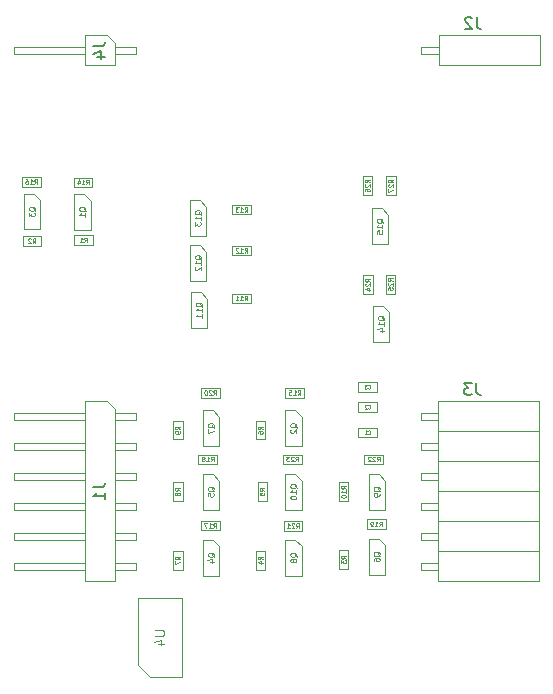
<source format=gbr>
%TF.GenerationSoftware,KiCad,Pcbnew,4.0.7*%
%TF.CreationDate,2017-11-16T17:02:15+08:00*%
%TF.ProjectId,finalRoundNixie,66696E616C526F756E644E697869652E,rev?*%
%TF.FileFunction,Other,Fab,Bot*%
%FSLAX46Y46*%
G04 Gerber Fmt 4.6, Leading zero omitted, Abs format (unit mm)*
G04 Created by KiCad (PCBNEW 4.0.7) date 11/16/17 17:02:15*
%MOMM*%
%LPD*%
G01*
G04 APERTURE LIST*
%ADD10C,0.100000*%
%ADD11C,0.120000*%
%ADD12C,0.075000*%
%ADD13C,0.150000*%
G04 APERTURE END LIST*
D10*
X11600000Y-54050000D02*
X12600000Y-55050000D01*
X11600000Y-54050000D02*
X11600000Y-48350000D01*
X12600000Y-55050000D02*
X15300000Y-55050000D01*
X11600000Y-48350000D02*
X15300000Y-48350000D01*
X15300000Y-55050000D02*
X15300000Y-48350000D01*
X30200000Y-32600000D02*
X31800000Y-32600000D01*
X31800000Y-32600000D02*
X31800000Y-31800000D01*
X31800000Y-31800000D02*
X30200000Y-31800000D01*
X30200000Y-31800000D02*
X30200000Y-32600000D01*
X37020000Y-31730000D02*
X37020000Y-34270000D01*
X37020000Y-34270000D02*
X45530000Y-34270000D01*
X45530000Y-34270000D02*
X45530000Y-31730000D01*
X45530000Y-31730000D02*
X37020000Y-31730000D01*
X35500000Y-32680000D02*
X35500000Y-33320000D01*
X35500000Y-33320000D02*
X37020000Y-33320000D01*
X37020000Y-33320000D02*
X37020000Y-32680000D01*
X37020000Y-32680000D02*
X35500000Y-32680000D01*
X37020000Y-34270000D02*
X37020000Y-36810000D01*
X37020000Y-36810000D02*
X45530000Y-36810000D01*
X45530000Y-36810000D02*
X45530000Y-34270000D01*
X45530000Y-34270000D02*
X37020000Y-34270000D01*
X35500000Y-35220000D02*
X35500000Y-35860000D01*
X35500000Y-35860000D02*
X37020000Y-35860000D01*
X37020000Y-35860000D02*
X37020000Y-35220000D01*
X37020000Y-35220000D02*
X35500000Y-35220000D01*
X37020000Y-36810000D02*
X37020000Y-39350000D01*
X37020000Y-39350000D02*
X45530000Y-39350000D01*
X45530000Y-39350000D02*
X45530000Y-36810000D01*
X45530000Y-36810000D02*
X37020000Y-36810000D01*
X35500000Y-37760000D02*
X35500000Y-38400000D01*
X35500000Y-38400000D02*
X37020000Y-38400000D01*
X37020000Y-38400000D02*
X37020000Y-37760000D01*
X37020000Y-37760000D02*
X35500000Y-37760000D01*
X37020000Y-39350000D02*
X37020000Y-41890000D01*
X37020000Y-41890000D02*
X45530000Y-41890000D01*
X45530000Y-41890000D02*
X45530000Y-39350000D01*
X45530000Y-39350000D02*
X37020000Y-39350000D01*
X35500000Y-40300000D02*
X35500000Y-40940000D01*
X35500000Y-40940000D02*
X37020000Y-40940000D01*
X37020000Y-40940000D02*
X37020000Y-40300000D01*
X37020000Y-40300000D02*
X35500000Y-40300000D01*
X37020000Y-41890000D02*
X37020000Y-44430000D01*
X37020000Y-44430000D02*
X45530000Y-44430000D01*
X45530000Y-44430000D02*
X45530000Y-41890000D01*
X45530000Y-41890000D02*
X37020000Y-41890000D01*
X35500000Y-42840000D02*
X35500000Y-43480000D01*
X35500000Y-43480000D02*
X37020000Y-43480000D01*
X37020000Y-43480000D02*
X37020000Y-42840000D01*
X37020000Y-42840000D02*
X35500000Y-42840000D01*
X37020000Y-44430000D02*
X37020000Y-46970000D01*
X37020000Y-46970000D02*
X45530000Y-46970000D01*
X45530000Y-46970000D02*
X45530000Y-44430000D01*
X45530000Y-44430000D02*
X37020000Y-44430000D01*
X35500000Y-45380000D02*
X35500000Y-46020000D01*
X35500000Y-46020000D02*
X37020000Y-46020000D01*
X37020000Y-46020000D02*
X37020000Y-45380000D01*
X37020000Y-45380000D02*
X35500000Y-45380000D01*
X8965000Y-31730000D02*
X7060000Y-31730000D01*
X7060000Y-31730000D02*
X7060000Y-46970000D01*
X7060000Y-46970000D02*
X9600000Y-46970000D01*
X9600000Y-46970000D02*
X9600000Y-32365000D01*
X9600000Y-32365000D02*
X8965000Y-31730000D01*
X11420000Y-32680000D02*
X9600000Y-32680000D01*
X11420000Y-32680000D02*
X11420000Y-33320000D01*
X11420000Y-33320000D02*
X9600000Y-33320000D01*
X7060000Y-32680000D02*
X1060000Y-32680000D01*
X1060000Y-32680000D02*
X1060000Y-33320000D01*
X7060000Y-33320000D02*
X1060000Y-33320000D01*
X11420000Y-35220000D02*
X9600000Y-35220000D01*
X11420000Y-35220000D02*
X11420000Y-35860000D01*
X11420000Y-35860000D02*
X9600000Y-35860000D01*
X7060000Y-35220000D02*
X1060000Y-35220000D01*
X1060000Y-35220000D02*
X1060000Y-35860000D01*
X7060000Y-35860000D02*
X1060000Y-35860000D01*
X11420000Y-37760000D02*
X9600000Y-37760000D01*
X11420000Y-37760000D02*
X11420000Y-38400000D01*
X11420000Y-38400000D02*
X9600000Y-38400000D01*
X7060000Y-37760000D02*
X1060000Y-37760000D01*
X1060000Y-37760000D02*
X1060000Y-38400000D01*
X7060000Y-38400000D02*
X1060000Y-38400000D01*
X11420000Y-40300000D02*
X9600000Y-40300000D01*
X11420000Y-40300000D02*
X11420000Y-40940000D01*
X11420000Y-40940000D02*
X9600000Y-40940000D01*
X7060000Y-40300000D02*
X1060000Y-40300000D01*
X1060000Y-40300000D02*
X1060000Y-40940000D01*
X7060000Y-40940000D02*
X1060000Y-40940000D01*
X11420000Y-42840000D02*
X9600000Y-42840000D01*
X11420000Y-42840000D02*
X11420000Y-43480000D01*
X11420000Y-43480000D02*
X9600000Y-43480000D01*
X7060000Y-42840000D02*
X1060000Y-42840000D01*
X1060000Y-42840000D02*
X1060000Y-43480000D01*
X7060000Y-43480000D02*
X1060000Y-43480000D01*
X11420000Y-45380000D02*
X9600000Y-45380000D01*
X11420000Y-45380000D02*
X11420000Y-46020000D01*
X11420000Y-46020000D02*
X9600000Y-46020000D01*
X7060000Y-45380000D02*
X1060000Y-45380000D01*
X1060000Y-45380000D02*
X1060000Y-46020000D01*
X7060000Y-46020000D02*
X1060000Y-46020000D01*
X33400000Y-12650000D02*
X32600000Y-12650000D01*
X33400000Y-14250000D02*
X33400000Y-12650000D01*
X32600000Y-14250000D02*
X33400000Y-14250000D01*
X32600000Y-12650000D02*
X32600000Y-14250000D01*
X30600000Y-14250000D02*
X31400000Y-14250000D01*
X30600000Y-12650000D02*
X30600000Y-14250000D01*
X31400000Y-12650000D02*
X30600000Y-12650000D01*
X31400000Y-14250000D02*
X31400000Y-12650000D01*
X32750000Y-15950000D02*
X32750000Y-18400000D01*
X32200000Y-15380000D02*
X31350000Y-15380000D01*
X32750000Y-15950000D02*
X32200000Y-15380000D01*
X31350000Y-15380000D02*
X31350000Y-18420000D01*
X32750000Y-18420000D02*
X31350000Y-18420000D01*
X33350000Y-21000000D02*
X32550000Y-21000000D01*
X33350000Y-22600000D02*
X33350000Y-21000000D01*
X32550000Y-22600000D02*
X33350000Y-22600000D01*
X32550000Y-21000000D02*
X32550000Y-22600000D01*
X30650000Y-22650000D02*
X31450000Y-22650000D01*
X30650000Y-21050000D02*
X30650000Y-22650000D01*
X31450000Y-21050000D02*
X30650000Y-21050000D01*
X31450000Y-22650000D02*
X31450000Y-21050000D01*
X23850000Y-36225000D02*
X23850000Y-37025000D01*
X25450000Y-36225000D02*
X23850000Y-36225000D01*
X25450000Y-37025000D02*
X25450000Y-36225000D01*
X23850000Y-37025000D02*
X25450000Y-37025000D01*
X30750000Y-36225000D02*
X30750000Y-37025000D01*
X32350000Y-36225000D02*
X30750000Y-36225000D01*
X32350000Y-37025000D02*
X32350000Y-36225000D01*
X30750000Y-37025000D02*
X32350000Y-37025000D01*
X23900000Y-41875000D02*
X23900000Y-42675000D01*
X25500000Y-41875000D02*
X23900000Y-41875000D01*
X25500000Y-42675000D02*
X25500000Y-41875000D01*
X23900000Y-42675000D02*
X25500000Y-42675000D01*
X16900000Y-30600000D02*
X16900000Y-31400000D01*
X18500000Y-30600000D02*
X16900000Y-30600000D01*
X18500000Y-31400000D02*
X18500000Y-30600000D01*
X16900000Y-31400000D02*
X18500000Y-31400000D01*
X30950000Y-41725000D02*
X30950000Y-42525000D01*
X32550000Y-41725000D02*
X30950000Y-41725000D01*
X32550000Y-42525000D02*
X32550000Y-41725000D01*
X30950000Y-42525000D02*
X32550000Y-42525000D01*
X16700000Y-36225000D02*
X16700000Y-37025000D01*
X18300000Y-36225000D02*
X16700000Y-36225000D01*
X18300000Y-37025000D02*
X18300000Y-36225000D01*
X16700000Y-37025000D02*
X18300000Y-37025000D01*
X16900000Y-41850000D02*
X16900000Y-42650000D01*
X18500000Y-41850000D02*
X16900000Y-41850000D01*
X18500000Y-42650000D02*
X18500000Y-41850000D01*
X16900000Y-42650000D02*
X18500000Y-42650000D01*
X1750000Y-12750000D02*
X1750000Y-13550000D01*
X3350000Y-12750000D02*
X1750000Y-12750000D01*
X3350000Y-13550000D02*
X3350000Y-12750000D01*
X1750000Y-13550000D02*
X3350000Y-13550000D01*
X24050000Y-30600000D02*
X24050000Y-31400000D01*
X25650000Y-30600000D02*
X24050000Y-30600000D01*
X25650000Y-31400000D02*
X25650000Y-30600000D01*
X24050000Y-31400000D02*
X25650000Y-31400000D01*
X7725000Y-13575000D02*
X7725000Y-12775000D01*
X6125000Y-13575000D02*
X7725000Y-13575000D01*
X6125000Y-12775000D02*
X6125000Y-13575000D01*
X7725000Y-12775000D02*
X6125000Y-12775000D01*
X21150000Y-15900000D02*
X21150000Y-15100000D01*
X19550000Y-15900000D02*
X21150000Y-15900000D01*
X19550000Y-15100000D02*
X19550000Y-15900000D01*
X21150000Y-15100000D02*
X19550000Y-15100000D01*
X21150000Y-19350000D02*
X21150000Y-18550000D01*
X19550000Y-19350000D02*
X21150000Y-19350000D01*
X19550000Y-18550000D02*
X19550000Y-19350000D01*
X21150000Y-18550000D02*
X19550000Y-18550000D01*
X21150000Y-23400000D02*
X21150000Y-22600000D01*
X19550000Y-23400000D02*
X21150000Y-23400000D01*
X19550000Y-22600000D02*
X19550000Y-23400000D01*
X21150000Y-22600000D02*
X19550000Y-22600000D01*
X29400000Y-38575000D02*
X28600000Y-38575000D01*
X29400000Y-40175000D02*
X29400000Y-38575000D01*
X28600000Y-40175000D02*
X29400000Y-40175000D01*
X28600000Y-38575000D02*
X28600000Y-40175000D01*
X15350000Y-33350000D02*
X14550000Y-33350000D01*
X15350000Y-34950000D02*
X15350000Y-33350000D01*
X14550000Y-34950000D02*
X15350000Y-34950000D01*
X14550000Y-33350000D02*
X14550000Y-34950000D01*
X15350000Y-38575000D02*
X14550000Y-38575000D01*
X15350000Y-40175000D02*
X15350000Y-38575000D01*
X14550000Y-40175000D02*
X15350000Y-40175000D01*
X14550000Y-38575000D02*
X14550000Y-40175000D01*
X15350000Y-44375000D02*
X14550000Y-44375000D01*
X15350000Y-45975000D02*
X15350000Y-44375000D01*
X14550000Y-45975000D02*
X15350000Y-45975000D01*
X14550000Y-44375000D02*
X14550000Y-45975000D01*
X22350000Y-33350000D02*
X21550000Y-33350000D01*
X22350000Y-34950000D02*
X22350000Y-33350000D01*
X21550000Y-34950000D02*
X22350000Y-34950000D01*
X21550000Y-33350000D02*
X21550000Y-34950000D01*
X22500000Y-38575000D02*
X21700000Y-38575000D01*
X22500000Y-40175000D02*
X22500000Y-38575000D01*
X21700000Y-40175000D02*
X22500000Y-40175000D01*
X21700000Y-38575000D02*
X21700000Y-40175000D01*
X22350000Y-44375000D02*
X21550000Y-44375000D01*
X22350000Y-45975000D02*
X22350000Y-44375000D01*
X21550000Y-45975000D02*
X22350000Y-45975000D01*
X21550000Y-44375000D02*
X21550000Y-45975000D01*
X29400000Y-44300000D02*
X28600000Y-44300000D01*
X29400000Y-45900000D02*
X29400000Y-44300000D01*
X28600000Y-45900000D02*
X29400000Y-45900000D01*
X28600000Y-44300000D02*
X28600000Y-45900000D01*
X3400000Y-18550000D02*
X3400000Y-17750000D01*
X1800000Y-18550000D02*
X3400000Y-18550000D01*
X1800000Y-17750000D02*
X1800000Y-18550000D01*
X3400000Y-17750000D02*
X1800000Y-17750000D01*
X7775000Y-18475000D02*
X7775000Y-17675000D01*
X6175000Y-18475000D02*
X7775000Y-18475000D01*
X6175000Y-17675000D02*
X6175000Y-18475000D01*
X7775000Y-17675000D02*
X6175000Y-17675000D01*
X32850000Y-24200000D02*
X32850000Y-26650000D01*
X32300000Y-23630000D02*
X31450000Y-23630000D01*
X32850000Y-24200000D02*
X32300000Y-23630000D01*
X31450000Y-23630000D02*
X31450000Y-26670000D01*
X32850000Y-26670000D02*
X31450000Y-26670000D01*
X17350000Y-15250000D02*
X17350000Y-17700000D01*
X16800000Y-14680000D02*
X15950000Y-14680000D01*
X17350000Y-15250000D02*
X16800000Y-14680000D01*
X15950000Y-14680000D02*
X15950000Y-17720000D01*
X17350000Y-17720000D02*
X15950000Y-17720000D01*
X17350000Y-19050000D02*
X17350000Y-21500000D01*
X16800000Y-18480000D02*
X15950000Y-18480000D01*
X17350000Y-19050000D02*
X16800000Y-18480000D01*
X15950000Y-18480000D02*
X15950000Y-21520000D01*
X17350000Y-21520000D02*
X15950000Y-21520000D01*
X17450000Y-23050000D02*
X17450000Y-25500000D01*
X16900000Y-22480000D02*
X16050000Y-22480000D01*
X17450000Y-23050000D02*
X16900000Y-22480000D01*
X16050000Y-22480000D02*
X16050000Y-25520000D01*
X17450000Y-25520000D02*
X16050000Y-25520000D01*
X25450000Y-38425000D02*
X25450000Y-40875000D01*
X24900000Y-37855000D02*
X24050000Y-37855000D01*
X25450000Y-38425000D02*
X24900000Y-37855000D01*
X24050000Y-37855000D02*
X24050000Y-40895000D01*
X25450000Y-40895000D02*
X24050000Y-40895000D01*
X32500000Y-38425000D02*
X32500000Y-40875000D01*
X31950000Y-37855000D02*
X31100000Y-37855000D01*
X32500000Y-38425000D02*
X31950000Y-37855000D01*
X31100000Y-37855000D02*
X31100000Y-40895000D01*
X32500000Y-40895000D02*
X31100000Y-40895000D01*
X25450000Y-44000000D02*
X25450000Y-46450000D01*
X24900000Y-43430000D02*
X24050000Y-43430000D01*
X25450000Y-44000000D02*
X24900000Y-43430000D01*
X24050000Y-43430000D02*
X24050000Y-46470000D01*
X25450000Y-46470000D02*
X24050000Y-46470000D01*
X18450000Y-33050000D02*
X18450000Y-35500000D01*
X17900000Y-32480000D02*
X17050000Y-32480000D01*
X18450000Y-33050000D02*
X17900000Y-32480000D01*
X17050000Y-32480000D02*
X17050000Y-35520000D01*
X18450000Y-35520000D02*
X17050000Y-35520000D01*
X32500000Y-43925000D02*
X32500000Y-46375000D01*
X31950000Y-43355000D02*
X31100000Y-43355000D01*
X32500000Y-43925000D02*
X31950000Y-43355000D01*
X31100000Y-43355000D02*
X31100000Y-46395000D01*
X32500000Y-46395000D02*
X31100000Y-46395000D01*
X18450000Y-38425000D02*
X18450000Y-40875000D01*
X17900000Y-37855000D02*
X17050000Y-37855000D01*
X18450000Y-38425000D02*
X17900000Y-37855000D01*
X17050000Y-37855000D02*
X17050000Y-40895000D01*
X18450000Y-40895000D02*
X17050000Y-40895000D01*
X18450000Y-44000000D02*
X18450000Y-46450000D01*
X17900000Y-43430000D02*
X17050000Y-43430000D01*
X18450000Y-44000000D02*
X17900000Y-43430000D01*
X17050000Y-43430000D02*
X17050000Y-46470000D01*
X18450000Y-46470000D02*
X17050000Y-46470000D01*
X25450000Y-33050000D02*
X25450000Y-35500000D01*
X24900000Y-32480000D02*
X24050000Y-32480000D01*
X25450000Y-33050000D02*
X24900000Y-32480000D01*
X24050000Y-32480000D02*
X24050000Y-35520000D01*
X25450000Y-35520000D02*
X24050000Y-35520000D01*
X7575000Y-14725000D02*
X7575000Y-17175000D01*
X7025000Y-14155000D02*
X6175000Y-14155000D01*
X7575000Y-14725000D02*
X7025000Y-14155000D01*
X6175000Y-14155000D02*
X6175000Y-17195000D01*
X7575000Y-17195000D02*
X6175000Y-17195000D01*
X8965000Y-730000D02*
X7060000Y-730000D01*
X7060000Y-730000D02*
X7060000Y-3270000D01*
X7060000Y-3270000D02*
X9600000Y-3270000D01*
X9600000Y-3270000D02*
X9600000Y-1365000D01*
X9600000Y-1365000D02*
X8965000Y-730000D01*
X11420000Y-1680000D02*
X9600000Y-1680000D01*
X11420000Y-1680000D02*
X11420000Y-2320000D01*
X11420000Y-2320000D02*
X9600000Y-2320000D01*
X7060000Y-1680000D02*
X1060000Y-1680000D01*
X1060000Y-1680000D02*
X1060000Y-2320000D01*
X7060000Y-2320000D02*
X1060000Y-2320000D01*
X37070000Y-730000D02*
X37070000Y-3270000D01*
X37070000Y-3270000D02*
X45580000Y-3270000D01*
X45580000Y-3270000D02*
X45580000Y-730000D01*
X45580000Y-730000D02*
X37070000Y-730000D01*
X35550000Y-1680000D02*
X35550000Y-2320000D01*
X35550000Y-2320000D02*
X37070000Y-2320000D01*
X37070000Y-2320000D02*
X37070000Y-1680000D01*
X37070000Y-1680000D02*
X35550000Y-1680000D01*
X31800000Y-33950000D02*
X30200000Y-33950000D01*
X30200000Y-33950000D02*
X30200000Y-34750000D01*
X30200000Y-34750000D02*
X31800000Y-34750000D01*
X31800000Y-34750000D02*
X31800000Y-33950000D01*
X3300000Y-14700000D02*
X3300000Y-17150000D01*
X2750000Y-14130000D02*
X1900000Y-14130000D01*
X3300000Y-14700000D02*
X2750000Y-14130000D01*
X1900000Y-14130000D02*
X1900000Y-17170000D01*
X3300000Y-17170000D02*
X1900000Y-17170000D01*
X30200000Y-30900000D02*
X31800000Y-30900000D01*
X31800000Y-30900000D02*
X31800000Y-30100000D01*
X31800000Y-30100000D02*
X30200000Y-30100000D01*
X30200000Y-30100000D02*
X30200000Y-30900000D01*
D11*
X13011905Y-51090476D02*
X13659524Y-51090476D01*
X13735714Y-51128571D01*
X13773810Y-51166667D01*
X13811905Y-51242857D01*
X13811905Y-51395238D01*
X13773810Y-51471429D01*
X13735714Y-51509524D01*
X13659524Y-51547619D01*
X13011905Y-51547619D01*
X13278571Y-52271428D02*
X13811905Y-52271428D01*
X12973810Y-52080952D02*
X13545238Y-51890476D01*
X13545238Y-52385714D01*
D12*
X31050000Y-32307143D02*
X31064286Y-32321429D01*
X31107143Y-32335714D01*
X31135714Y-32335714D01*
X31178571Y-32321429D01*
X31207143Y-32292857D01*
X31221428Y-32264286D01*
X31235714Y-32207143D01*
X31235714Y-32164286D01*
X31221428Y-32107143D01*
X31207143Y-32078571D01*
X31178571Y-32050000D01*
X31135714Y-32035714D01*
X31107143Y-32035714D01*
X31064286Y-32050000D01*
X31050000Y-32064286D01*
X30935714Y-32064286D02*
X30921428Y-32050000D01*
X30892857Y-32035714D01*
X30821428Y-32035714D01*
X30792857Y-32050000D01*
X30778571Y-32064286D01*
X30764286Y-32092857D01*
X30764286Y-32121429D01*
X30778571Y-32164286D01*
X30950000Y-32335714D01*
X30764286Y-32335714D01*
D13*
X40213333Y-30182381D02*
X40213333Y-30896667D01*
X40260953Y-31039524D01*
X40356191Y-31134762D01*
X40499048Y-31182381D01*
X40594286Y-31182381D01*
X39832381Y-30182381D02*
X39213333Y-30182381D01*
X39546667Y-30563333D01*
X39403809Y-30563333D01*
X39308571Y-30610952D01*
X39260952Y-30658571D01*
X39213333Y-30753810D01*
X39213333Y-30991905D01*
X39260952Y-31087143D01*
X39308571Y-31134762D01*
X39403809Y-31182381D01*
X39689524Y-31182381D01*
X39784762Y-31134762D01*
X39832381Y-31087143D01*
X7782381Y-39016667D02*
X8496667Y-39016667D01*
X8639524Y-38969047D01*
X8734762Y-38873809D01*
X8782381Y-38730952D01*
X8782381Y-38635714D01*
X8782381Y-40016667D02*
X8782381Y-39445238D01*
X8782381Y-39730952D02*
X7782381Y-39730952D01*
X7925238Y-39635714D01*
X8020476Y-39540476D01*
X8068095Y-39445238D01*
D12*
X33180952Y-13192858D02*
X32990476Y-13059524D01*
X33180952Y-12964286D02*
X32780952Y-12964286D01*
X32780952Y-13116667D01*
X32800000Y-13154762D01*
X32819048Y-13173810D01*
X32857143Y-13192858D01*
X32914286Y-13192858D01*
X32952381Y-13173810D01*
X32971429Y-13154762D01*
X32990476Y-13116667D01*
X32990476Y-12964286D01*
X32819048Y-13345238D02*
X32800000Y-13364286D01*
X32780952Y-13402381D01*
X32780952Y-13497619D01*
X32800000Y-13535715D01*
X32819048Y-13554762D01*
X32857143Y-13573810D01*
X32895238Y-13573810D01*
X32952381Y-13554762D01*
X33180952Y-13326191D01*
X33180952Y-13573810D01*
X32780952Y-13707143D02*
X32780952Y-13973810D01*
X33180952Y-13802381D01*
X31180952Y-13192858D02*
X30990476Y-13059524D01*
X31180952Y-12964286D02*
X30780952Y-12964286D01*
X30780952Y-13116667D01*
X30800000Y-13154762D01*
X30819048Y-13173810D01*
X30857143Y-13192858D01*
X30914286Y-13192858D01*
X30952381Y-13173810D01*
X30971429Y-13154762D01*
X30990476Y-13116667D01*
X30990476Y-12964286D01*
X30819048Y-13345238D02*
X30800000Y-13364286D01*
X30780952Y-13402381D01*
X30780952Y-13497619D01*
X30800000Y-13535715D01*
X30819048Y-13554762D01*
X30857143Y-13573810D01*
X30895238Y-13573810D01*
X30952381Y-13554762D01*
X31180952Y-13326191D01*
X31180952Y-13573810D01*
X30780952Y-13916667D02*
X30780952Y-13840476D01*
X30800000Y-13802381D01*
X30819048Y-13783333D01*
X30876190Y-13745238D01*
X30952381Y-13726190D01*
X31104762Y-13726190D01*
X31142857Y-13745238D01*
X31161905Y-13764286D01*
X31180952Y-13802381D01*
X31180952Y-13878571D01*
X31161905Y-13916667D01*
X31142857Y-13935714D01*
X31104762Y-13954762D01*
X31009524Y-13954762D01*
X30971429Y-13935714D01*
X30952381Y-13916667D01*
X30933333Y-13878571D01*
X30933333Y-13802381D01*
X30952381Y-13764286D01*
X30971429Y-13745238D01*
X31009524Y-13726190D01*
X32323810Y-16614286D02*
X32300000Y-16566667D01*
X32252381Y-16519048D01*
X32180952Y-16447619D01*
X32157143Y-16400000D01*
X32157143Y-16352381D01*
X32276190Y-16376191D02*
X32252381Y-16328572D01*
X32204762Y-16280953D01*
X32109524Y-16257143D01*
X31942857Y-16257143D01*
X31847619Y-16280953D01*
X31800000Y-16328572D01*
X31776190Y-16376191D01*
X31776190Y-16471429D01*
X31800000Y-16519048D01*
X31847619Y-16566667D01*
X31942857Y-16590476D01*
X32109524Y-16590476D01*
X32204762Y-16566667D01*
X32252381Y-16519048D01*
X32276190Y-16471429D01*
X32276190Y-16376191D01*
X32276190Y-17066667D02*
X32276190Y-16780953D01*
X32276190Y-16923810D02*
X31776190Y-16923810D01*
X31847619Y-16876191D01*
X31895238Y-16828572D01*
X31919048Y-16780953D01*
X31776190Y-17519048D02*
X31776190Y-17280953D01*
X32014286Y-17257143D01*
X31990476Y-17280953D01*
X31966667Y-17328572D01*
X31966667Y-17447619D01*
X31990476Y-17495238D01*
X32014286Y-17519048D01*
X32061905Y-17542857D01*
X32180952Y-17542857D01*
X32228571Y-17519048D01*
X32252381Y-17495238D01*
X32276190Y-17447619D01*
X32276190Y-17328572D01*
X32252381Y-17280953D01*
X32228571Y-17257143D01*
X33130952Y-21542858D02*
X32940476Y-21409524D01*
X33130952Y-21314286D02*
X32730952Y-21314286D01*
X32730952Y-21466667D01*
X32750000Y-21504762D01*
X32769048Y-21523810D01*
X32807143Y-21542858D01*
X32864286Y-21542858D01*
X32902381Y-21523810D01*
X32921429Y-21504762D01*
X32940476Y-21466667D01*
X32940476Y-21314286D01*
X32769048Y-21695238D02*
X32750000Y-21714286D01*
X32730952Y-21752381D01*
X32730952Y-21847619D01*
X32750000Y-21885715D01*
X32769048Y-21904762D01*
X32807143Y-21923810D01*
X32845238Y-21923810D01*
X32902381Y-21904762D01*
X33130952Y-21676191D01*
X33130952Y-21923810D01*
X32730952Y-22285714D02*
X32730952Y-22095238D01*
X32921429Y-22076190D01*
X32902381Y-22095238D01*
X32883333Y-22133333D01*
X32883333Y-22228571D01*
X32902381Y-22266667D01*
X32921429Y-22285714D01*
X32959524Y-22304762D01*
X33054762Y-22304762D01*
X33092857Y-22285714D01*
X33111905Y-22266667D01*
X33130952Y-22228571D01*
X33130952Y-22133333D01*
X33111905Y-22095238D01*
X33092857Y-22076190D01*
X31230952Y-21592858D02*
X31040476Y-21459524D01*
X31230952Y-21364286D02*
X30830952Y-21364286D01*
X30830952Y-21516667D01*
X30850000Y-21554762D01*
X30869048Y-21573810D01*
X30907143Y-21592858D01*
X30964286Y-21592858D01*
X31002381Y-21573810D01*
X31021429Y-21554762D01*
X31040476Y-21516667D01*
X31040476Y-21364286D01*
X30869048Y-21745238D02*
X30850000Y-21764286D01*
X30830952Y-21802381D01*
X30830952Y-21897619D01*
X30850000Y-21935715D01*
X30869048Y-21954762D01*
X30907143Y-21973810D01*
X30945238Y-21973810D01*
X31002381Y-21954762D01*
X31230952Y-21726191D01*
X31230952Y-21973810D01*
X30964286Y-22316667D02*
X31230952Y-22316667D01*
X30811905Y-22221429D02*
X31097619Y-22126190D01*
X31097619Y-22373810D01*
X24907142Y-36805952D02*
X25040476Y-36615476D01*
X25135714Y-36805952D02*
X25135714Y-36405952D01*
X24983333Y-36405952D01*
X24945238Y-36425000D01*
X24926190Y-36444048D01*
X24907142Y-36482143D01*
X24907142Y-36539286D01*
X24926190Y-36577381D01*
X24945238Y-36596429D01*
X24983333Y-36615476D01*
X25135714Y-36615476D01*
X24754762Y-36444048D02*
X24735714Y-36425000D01*
X24697619Y-36405952D01*
X24602381Y-36405952D01*
X24564285Y-36425000D01*
X24545238Y-36444048D01*
X24526190Y-36482143D01*
X24526190Y-36520238D01*
X24545238Y-36577381D01*
X24773809Y-36805952D01*
X24526190Y-36805952D01*
X24392857Y-36405952D02*
X24145238Y-36405952D01*
X24278571Y-36558333D01*
X24221429Y-36558333D01*
X24183333Y-36577381D01*
X24164286Y-36596429D01*
X24145238Y-36634524D01*
X24145238Y-36729762D01*
X24164286Y-36767857D01*
X24183333Y-36786905D01*
X24221429Y-36805952D01*
X24335714Y-36805952D01*
X24373810Y-36786905D01*
X24392857Y-36767857D01*
X31807142Y-36805952D02*
X31940476Y-36615476D01*
X32035714Y-36805952D02*
X32035714Y-36405952D01*
X31883333Y-36405952D01*
X31845238Y-36425000D01*
X31826190Y-36444048D01*
X31807142Y-36482143D01*
X31807142Y-36539286D01*
X31826190Y-36577381D01*
X31845238Y-36596429D01*
X31883333Y-36615476D01*
X32035714Y-36615476D01*
X31654762Y-36444048D02*
X31635714Y-36425000D01*
X31597619Y-36405952D01*
X31502381Y-36405952D01*
X31464285Y-36425000D01*
X31445238Y-36444048D01*
X31426190Y-36482143D01*
X31426190Y-36520238D01*
X31445238Y-36577381D01*
X31673809Y-36805952D01*
X31426190Y-36805952D01*
X31273810Y-36444048D02*
X31254762Y-36425000D01*
X31216667Y-36405952D01*
X31121429Y-36405952D01*
X31083333Y-36425000D01*
X31064286Y-36444048D01*
X31045238Y-36482143D01*
X31045238Y-36520238D01*
X31064286Y-36577381D01*
X31292857Y-36805952D01*
X31045238Y-36805952D01*
X24957142Y-42455952D02*
X25090476Y-42265476D01*
X25185714Y-42455952D02*
X25185714Y-42055952D01*
X25033333Y-42055952D01*
X24995238Y-42075000D01*
X24976190Y-42094048D01*
X24957142Y-42132143D01*
X24957142Y-42189286D01*
X24976190Y-42227381D01*
X24995238Y-42246429D01*
X25033333Y-42265476D01*
X25185714Y-42265476D01*
X24804762Y-42094048D02*
X24785714Y-42075000D01*
X24747619Y-42055952D01*
X24652381Y-42055952D01*
X24614285Y-42075000D01*
X24595238Y-42094048D01*
X24576190Y-42132143D01*
X24576190Y-42170238D01*
X24595238Y-42227381D01*
X24823809Y-42455952D01*
X24576190Y-42455952D01*
X24195238Y-42455952D02*
X24423810Y-42455952D01*
X24309524Y-42455952D02*
X24309524Y-42055952D01*
X24347619Y-42113095D01*
X24385714Y-42151190D01*
X24423810Y-42170238D01*
X17957142Y-31180952D02*
X18090476Y-30990476D01*
X18185714Y-31180952D02*
X18185714Y-30780952D01*
X18033333Y-30780952D01*
X17995238Y-30800000D01*
X17976190Y-30819048D01*
X17957142Y-30857143D01*
X17957142Y-30914286D01*
X17976190Y-30952381D01*
X17995238Y-30971429D01*
X18033333Y-30990476D01*
X18185714Y-30990476D01*
X17804762Y-30819048D02*
X17785714Y-30800000D01*
X17747619Y-30780952D01*
X17652381Y-30780952D01*
X17614285Y-30800000D01*
X17595238Y-30819048D01*
X17576190Y-30857143D01*
X17576190Y-30895238D01*
X17595238Y-30952381D01*
X17823809Y-31180952D01*
X17576190Y-31180952D01*
X17328571Y-30780952D02*
X17290476Y-30780952D01*
X17252381Y-30800000D01*
X17233333Y-30819048D01*
X17214286Y-30857143D01*
X17195238Y-30933333D01*
X17195238Y-31028571D01*
X17214286Y-31104762D01*
X17233333Y-31142857D01*
X17252381Y-31161905D01*
X17290476Y-31180952D01*
X17328571Y-31180952D01*
X17366667Y-31161905D01*
X17385714Y-31142857D01*
X17404762Y-31104762D01*
X17423810Y-31028571D01*
X17423810Y-30933333D01*
X17404762Y-30857143D01*
X17385714Y-30819048D01*
X17366667Y-30800000D01*
X17328571Y-30780952D01*
X32007142Y-42305952D02*
X32140476Y-42115476D01*
X32235714Y-42305952D02*
X32235714Y-41905952D01*
X32083333Y-41905952D01*
X32045238Y-41925000D01*
X32026190Y-41944048D01*
X32007142Y-41982143D01*
X32007142Y-42039286D01*
X32026190Y-42077381D01*
X32045238Y-42096429D01*
X32083333Y-42115476D01*
X32235714Y-42115476D01*
X31626190Y-42305952D02*
X31854762Y-42305952D01*
X31740476Y-42305952D02*
X31740476Y-41905952D01*
X31778571Y-41963095D01*
X31816666Y-42001190D01*
X31854762Y-42020238D01*
X31435714Y-42305952D02*
X31359524Y-42305952D01*
X31321429Y-42286905D01*
X31302381Y-42267857D01*
X31264286Y-42210714D01*
X31245238Y-42134524D01*
X31245238Y-41982143D01*
X31264286Y-41944048D01*
X31283333Y-41925000D01*
X31321429Y-41905952D01*
X31397619Y-41905952D01*
X31435714Y-41925000D01*
X31454762Y-41944048D01*
X31473810Y-41982143D01*
X31473810Y-42077381D01*
X31454762Y-42115476D01*
X31435714Y-42134524D01*
X31397619Y-42153571D01*
X31321429Y-42153571D01*
X31283333Y-42134524D01*
X31264286Y-42115476D01*
X31245238Y-42077381D01*
X17757142Y-36805952D02*
X17890476Y-36615476D01*
X17985714Y-36805952D02*
X17985714Y-36405952D01*
X17833333Y-36405952D01*
X17795238Y-36425000D01*
X17776190Y-36444048D01*
X17757142Y-36482143D01*
X17757142Y-36539286D01*
X17776190Y-36577381D01*
X17795238Y-36596429D01*
X17833333Y-36615476D01*
X17985714Y-36615476D01*
X17376190Y-36805952D02*
X17604762Y-36805952D01*
X17490476Y-36805952D02*
X17490476Y-36405952D01*
X17528571Y-36463095D01*
X17566666Y-36501190D01*
X17604762Y-36520238D01*
X17147619Y-36577381D02*
X17185714Y-36558333D01*
X17204762Y-36539286D01*
X17223810Y-36501190D01*
X17223810Y-36482143D01*
X17204762Y-36444048D01*
X17185714Y-36425000D01*
X17147619Y-36405952D01*
X17071429Y-36405952D01*
X17033333Y-36425000D01*
X17014286Y-36444048D01*
X16995238Y-36482143D01*
X16995238Y-36501190D01*
X17014286Y-36539286D01*
X17033333Y-36558333D01*
X17071429Y-36577381D01*
X17147619Y-36577381D01*
X17185714Y-36596429D01*
X17204762Y-36615476D01*
X17223810Y-36653571D01*
X17223810Y-36729762D01*
X17204762Y-36767857D01*
X17185714Y-36786905D01*
X17147619Y-36805952D01*
X17071429Y-36805952D01*
X17033333Y-36786905D01*
X17014286Y-36767857D01*
X16995238Y-36729762D01*
X16995238Y-36653571D01*
X17014286Y-36615476D01*
X17033333Y-36596429D01*
X17071429Y-36577381D01*
X17957142Y-42430952D02*
X18090476Y-42240476D01*
X18185714Y-42430952D02*
X18185714Y-42030952D01*
X18033333Y-42030952D01*
X17995238Y-42050000D01*
X17976190Y-42069048D01*
X17957142Y-42107143D01*
X17957142Y-42164286D01*
X17976190Y-42202381D01*
X17995238Y-42221429D01*
X18033333Y-42240476D01*
X18185714Y-42240476D01*
X17576190Y-42430952D02*
X17804762Y-42430952D01*
X17690476Y-42430952D02*
X17690476Y-42030952D01*
X17728571Y-42088095D01*
X17766666Y-42126190D01*
X17804762Y-42145238D01*
X17442857Y-42030952D02*
X17176190Y-42030952D01*
X17347619Y-42430952D01*
X2807142Y-13330952D02*
X2940476Y-13140476D01*
X3035714Y-13330952D02*
X3035714Y-12930952D01*
X2883333Y-12930952D01*
X2845238Y-12950000D01*
X2826190Y-12969048D01*
X2807142Y-13007143D01*
X2807142Y-13064286D01*
X2826190Y-13102381D01*
X2845238Y-13121429D01*
X2883333Y-13140476D01*
X3035714Y-13140476D01*
X2426190Y-13330952D02*
X2654762Y-13330952D01*
X2540476Y-13330952D02*
X2540476Y-12930952D01*
X2578571Y-12988095D01*
X2616666Y-13026190D01*
X2654762Y-13045238D01*
X2083333Y-12930952D02*
X2159524Y-12930952D01*
X2197619Y-12950000D01*
X2216667Y-12969048D01*
X2254762Y-13026190D01*
X2273810Y-13102381D01*
X2273810Y-13254762D01*
X2254762Y-13292857D01*
X2235714Y-13311905D01*
X2197619Y-13330952D01*
X2121429Y-13330952D01*
X2083333Y-13311905D01*
X2064286Y-13292857D01*
X2045238Y-13254762D01*
X2045238Y-13159524D01*
X2064286Y-13121429D01*
X2083333Y-13102381D01*
X2121429Y-13083333D01*
X2197619Y-13083333D01*
X2235714Y-13102381D01*
X2254762Y-13121429D01*
X2273810Y-13159524D01*
X25107142Y-31180952D02*
X25240476Y-30990476D01*
X25335714Y-31180952D02*
X25335714Y-30780952D01*
X25183333Y-30780952D01*
X25145238Y-30800000D01*
X25126190Y-30819048D01*
X25107142Y-30857143D01*
X25107142Y-30914286D01*
X25126190Y-30952381D01*
X25145238Y-30971429D01*
X25183333Y-30990476D01*
X25335714Y-30990476D01*
X24726190Y-31180952D02*
X24954762Y-31180952D01*
X24840476Y-31180952D02*
X24840476Y-30780952D01*
X24878571Y-30838095D01*
X24916666Y-30876190D01*
X24954762Y-30895238D01*
X24364286Y-30780952D02*
X24554762Y-30780952D01*
X24573810Y-30971429D01*
X24554762Y-30952381D01*
X24516667Y-30933333D01*
X24421429Y-30933333D01*
X24383333Y-30952381D01*
X24364286Y-30971429D01*
X24345238Y-31009524D01*
X24345238Y-31104762D01*
X24364286Y-31142857D01*
X24383333Y-31161905D01*
X24421429Y-31180952D01*
X24516667Y-31180952D01*
X24554762Y-31161905D01*
X24573810Y-31142857D01*
X7182142Y-13355952D02*
X7315476Y-13165476D01*
X7410714Y-13355952D02*
X7410714Y-12955952D01*
X7258333Y-12955952D01*
X7220238Y-12975000D01*
X7201190Y-12994048D01*
X7182142Y-13032143D01*
X7182142Y-13089286D01*
X7201190Y-13127381D01*
X7220238Y-13146429D01*
X7258333Y-13165476D01*
X7410714Y-13165476D01*
X6801190Y-13355952D02*
X7029762Y-13355952D01*
X6915476Y-13355952D02*
X6915476Y-12955952D01*
X6953571Y-13013095D01*
X6991666Y-13051190D01*
X7029762Y-13070238D01*
X6458333Y-13089286D02*
X6458333Y-13355952D01*
X6553571Y-12936905D02*
X6648810Y-13222619D01*
X6401190Y-13222619D01*
X20607142Y-15680952D02*
X20740476Y-15490476D01*
X20835714Y-15680952D02*
X20835714Y-15280952D01*
X20683333Y-15280952D01*
X20645238Y-15300000D01*
X20626190Y-15319048D01*
X20607142Y-15357143D01*
X20607142Y-15414286D01*
X20626190Y-15452381D01*
X20645238Y-15471429D01*
X20683333Y-15490476D01*
X20835714Y-15490476D01*
X20226190Y-15680952D02*
X20454762Y-15680952D01*
X20340476Y-15680952D02*
X20340476Y-15280952D01*
X20378571Y-15338095D01*
X20416666Y-15376190D01*
X20454762Y-15395238D01*
X20092857Y-15280952D02*
X19845238Y-15280952D01*
X19978571Y-15433333D01*
X19921429Y-15433333D01*
X19883333Y-15452381D01*
X19864286Y-15471429D01*
X19845238Y-15509524D01*
X19845238Y-15604762D01*
X19864286Y-15642857D01*
X19883333Y-15661905D01*
X19921429Y-15680952D01*
X20035714Y-15680952D01*
X20073810Y-15661905D01*
X20092857Y-15642857D01*
X20607142Y-19130952D02*
X20740476Y-18940476D01*
X20835714Y-19130952D02*
X20835714Y-18730952D01*
X20683333Y-18730952D01*
X20645238Y-18750000D01*
X20626190Y-18769048D01*
X20607142Y-18807143D01*
X20607142Y-18864286D01*
X20626190Y-18902381D01*
X20645238Y-18921429D01*
X20683333Y-18940476D01*
X20835714Y-18940476D01*
X20226190Y-19130952D02*
X20454762Y-19130952D01*
X20340476Y-19130952D02*
X20340476Y-18730952D01*
X20378571Y-18788095D01*
X20416666Y-18826190D01*
X20454762Y-18845238D01*
X20073810Y-18769048D02*
X20054762Y-18750000D01*
X20016667Y-18730952D01*
X19921429Y-18730952D01*
X19883333Y-18750000D01*
X19864286Y-18769048D01*
X19845238Y-18807143D01*
X19845238Y-18845238D01*
X19864286Y-18902381D01*
X20092857Y-19130952D01*
X19845238Y-19130952D01*
X20607142Y-23180952D02*
X20740476Y-22990476D01*
X20835714Y-23180952D02*
X20835714Y-22780952D01*
X20683333Y-22780952D01*
X20645238Y-22800000D01*
X20626190Y-22819048D01*
X20607142Y-22857143D01*
X20607142Y-22914286D01*
X20626190Y-22952381D01*
X20645238Y-22971429D01*
X20683333Y-22990476D01*
X20835714Y-22990476D01*
X20226190Y-23180952D02*
X20454762Y-23180952D01*
X20340476Y-23180952D02*
X20340476Y-22780952D01*
X20378571Y-22838095D01*
X20416666Y-22876190D01*
X20454762Y-22895238D01*
X19845238Y-23180952D02*
X20073810Y-23180952D01*
X19959524Y-23180952D02*
X19959524Y-22780952D01*
X19997619Y-22838095D01*
X20035714Y-22876190D01*
X20073810Y-22895238D01*
X29180952Y-39117858D02*
X28990476Y-38984524D01*
X29180952Y-38889286D02*
X28780952Y-38889286D01*
X28780952Y-39041667D01*
X28800000Y-39079762D01*
X28819048Y-39098810D01*
X28857143Y-39117858D01*
X28914286Y-39117858D01*
X28952381Y-39098810D01*
X28971429Y-39079762D01*
X28990476Y-39041667D01*
X28990476Y-38889286D01*
X29180952Y-39498810D02*
X29180952Y-39270238D01*
X29180952Y-39384524D02*
X28780952Y-39384524D01*
X28838095Y-39346429D01*
X28876190Y-39308334D01*
X28895238Y-39270238D01*
X28780952Y-39746429D02*
X28780952Y-39784524D01*
X28800000Y-39822619D01*
X28819048Y-39841667D01*
X28857143Y-39860714D01*
X28933333Y-39879762D01*
X29028571Y-39879762D01*
X29104762Y-39860714D01*
X29142857Y-39841667D01*
X29161905Y-39822619D01*
X29180952Y-39784524D01*
X29180952Y-39746429D01*
X29161905Y-39708333D01*
X29142857Y-39689286D01*
X29104762Y-39670238D01*
X29028571Y-39651190D01*
X28933333Y-39651190D01*
X28857143Y-39670238D01*
X28819048Y-39689286D01*
X28800000Y-39708333D01*
X28780952Y-39746429D01*
X15130952Y-34083334D02*
X14940476Y-33950000D01*
X15130952Y-33854762D02*
X14730952Y-33854762D01*
X14730952Y-34007143D01*
X14750000Y-34045238D01*
X14769048Y-34064286D01*
X14807143Y-34083334D01*
X14864286Y-34083334D01*
X14902381Y-34064286D01*
X14921429Y-34045238D01*
X14940476Y-34007143D01*
X14940476Y-33854762D01*
X15130952Y-34273810D02*
X15130952Y-34350000D01*
X15111905Y-34388095D01*
X15092857Y-34407143D01*
X15035714Y-34445238D01*
X14959524Y-34464286D01*
X14807143Y-34464286D01*
X14769048Y-34445238D01*
X14750000Y-34426191D01*
X14730952Y-34388095D01*
X14730952Y-34311905D01*
X14750000Y-34273810D01*
X14769048Y-34254762D01*
X14807143Y-34235714D01*
X14902381Y-34235714D01*
X14940476Y-34254762D01*
X14959524Y-34273810D01*
X14978571Y-34311905D01*
X14978571Y-34388095D01*
X14959524Y-34426191D01*
X14940476Y-34445238D01*
X14902381Y-34464286D01*
X15130952Y-39308334D02*
X14940476Y-39175000D01*
X15130952Y-39079762D02*
X14730952Y-39079762D01*
X14730952Y-39232143D01*
X14750000Y-39270238D01*
X14769048Y-39289286D01*
X14807143Y-39308334D01*
X14864286Y-39308334D01*
X14902381Y-39289286D01*
X14921429Y-39270238D01*
X14940476Y-39232143D01*
X14940476Y-39079762D01*
X14902381Y-39536905D02*
X14883333Y-39498810D01*
X14864286Y-39479762D01*
X14826190Y-39460714D01*
X14807143Y-39460714D01*
X14769048Y-39479762D01*
X14750000Y-39498810D01*
X14730952Y-39536905D01*
X14730952Y-39613095D01*
X14750000Y-39651191D01*
X14769048Y-39670238D01*
X14807143Y-39689286D01*
X14826190Y-39689286D01*
X14864286Y-39670238D01*
X14883333Y-39651191D01*
X14902381Y-39613095D01*
X14902381Y-39536905D01*
X14921429Y-39498810D01*
X14940476Y-39479762D01*
X14978571Y-39460714D01*
X15054762Y-39460714D01*
X15092857Y-39479762D01*
X15111905Y-39498810D01*
X15130952Y-39536905D01*
X15130952Y-39613095D01*
X15111905Y-39651191D01*
X15092857Y-39670238D01*
X15054762Y-39689286D01*
X14978571Y-39689286D01*
X14940476Y-39670238D01*
X14921429Y-39651191D01*
X14902381Y-39613095D01*
X15130952Y-45108334D02*
X14940476Y-44975000D01*
X15130952Y-44879762D02*
X14730952Y-44879762D01*
X14730952Y-45032143D01*
X14750000Y-45070238D01*
X14769048Y-45089286D01*
X14807143Y-45108334D01*
X14864286Y-45108334D01*
X14902381Y-45089286D01*
X14921429Y-45070238D01*
X14940476Y-45032143D01*
X14940476Y-44879762D01*
X14730952Y-45241667D02*
X14730952Y-45508334D01*
X15130952Y-45336905D01*
X22130952Y-34083334D02*
X21940476Y-33950000D01*
X22130952Y-33854762D02*
X21730952Y-33854762D01*
X21730952Y-34007143D01*
X21750000Y-34045238D01*
X21769048Y-34064286D01*
X21807143Y-34083334D01*
X21864286Y-34083334D01*
X21902381Y-34064286D01*
X21921429Y-34045238D01*
X21940476Y-34007143D01*
X21940476Y-33854762D01*
X21730952Y-34426191D02*
X21730952Y-34350000D01*
X21750000Y-34311905D01*
X21769048Y-34292857D01*
X21826190Y-34254762D01*
X21902381Y-34235714D01*
X22054762Y-34235714D01*
X22092857Y-34254762D01*
X22111905Y-34273810D01*
X22130952Y-34311905D01*
X22130952Y-34388095D01*
X22111905Y-34426191D01*
X22092857Y-34445238D01*
X22054762Y-34464286D01*
X21959524Y-34464286D01*
X21921429Y-34445238D01*
X21902381Y-34426191D01*
X21883333Y-34388095D01*
X21883333Y-34311905D01*
X21902381Y-34273810D01*
X21921429Y-34254762D01*
X21959524Y-34235714D01*
X22280952Y-39308334D02*
X22090476Y-39175000D01*
X22280952Y-39079762D02*
X21880952Y-39079762D01*
X21880952Y-39232143D01*
X21900000Y-39270238D01*
X21919048Y-39289286D01*
X21957143Y-39308334D01*
X22014286Y-39308334D01*
X22052381Y-39289286D01*
X22071429Y-39270238D01*
X22090476Y-39232143D01*
X22090476Y-39079762D01*
X21880952Y-39670238D02*
X21880952Y-39479762D01*
X22071429Y-39460714D01*
X22052381Y-39479762D01*
X22033333Y-39517857D01*
X22033333Y-39613095D01*
X22052381Y-39651191D01*
X22071429Y-39670238D01*
X22109524Y-39689286D01*
X22204762Y-39689286D01*
X22242857Y-39670238D01*
X22261905Y-39651191D01*
X22280952Y-39613095D01*
X22280952Y-39517857D01*
X22261905Y-39479762D01*
X22242857Y-39460714D01*
X22130952Y-45108334D02*
X21940476Y-44975000D01*
X22130952Y-44879762D02*
X21730952Y-44879762D01*
X21730952Y-45032143D01*
X21750000Y-45070238D01*
X21769048Y-45089286D01*
X21807143Y-45108334D01*
X21864286Y-45108334D01*
X21902381Y-45089286D01*
X21921429Y-45070238D01*
X21940476Y-45032143D01*
X21940476Y-44879762D01*
X21864286Y-45451191D02*
X22130952Y-45451191D01*
X21711905Y-45355953D02*
X21997619Y-45260714D01*
X21997619Y-45508334D01*
X29180952Y-45033334D02*
X28990476Y-44900000D01*
X29180952Y-44804762D02*
X28780952Y-44804762D01*
X28780952Y-44957143D01*
X28800000Y-44995238D01*
X28819048Y-45014286D01*
X28857143Y-45033334D01*
X28914286Y-45033334D01*
X28952381Y-45014286D01*
X28971429Y-44995238D01*
X28990476Y-44957143D01*
X28990476Y-44804762D01*
X28780952Y-45166667D02*
X28780952Y-45414286D01*
X28933333Y-45280953D01*
X28933333Y-45338095D01*
X28952381Y-45376191D01*
X28971429Y-45395238D01*
X29009524Y-45414286D01*
X29104762Y-45414286D01*
X29142857Y-45395238D01*
X29161905Y-45376191D01*
X29180952Y-45338095D01*
X29180952Y-45223810D01*
X29161905Y-45185714D01*
X29142857Y-45166667D01*
X2666666Y-18330952D02*
X2800000Y-18140476D01*
X2895238Y-18330952D02*
X2895238Y-17930952D01*
X2742857Y-17930952D01*
X2704762Y-17950000D01*
X2685714Y-17969048D01*
X2666666Y-18007143D01*
X2666666Y-18064286D01*
X2685714Y-18102381D01*
X2704762Y-18121429D01*
X2742857Y-18140476D01*
X2895238Y-18140476D01*
X2514286Y-17969048D02*
X2495238Y-17950000D01*
X2457143Y-17930952D01*
X2361905Y-17930952D01*
X2323809Y-17950000D01*
X2304762Y-17969048D01*
X2285714Y-18007143D01*
X2285714Y-18045238D01*
X2304762Y-18102381D01*
X2533333Y-18330952D01*
X2285714Y-18330952D01*
X7041666Y-18255952D02*
X7175000Y-18065476D01*
X7270238Y-18255952D02*
X7270238Y-17855952D01*
X7117857Y-17855952D01*
X7079762Y-17875000D01*
X7060714Y-17894048D01*
X7041666Y-17932143D01*
X7041666Y-17989286D01*
X7060714Y-18027381D01*
X7079762Y-18046429D01*
X7117857Y-18065476D01*
X7270238Y-18065476D01*
X6660714Y-18255952D02*
X6889286Y-18255952D01*
X6775000Y-18255952D02*
X6775000Y-17855952D01*
X6813095Y-17913095D01*
X6851190Y-17951190D01*
X6889286Y-17970238D01*
X32423810Y-24864286D02*
X32400000Y-24816667D01*
X32352381Y-24769048D01*
X32280952Y-24697619D01*
X32257143Y-24650000D01*
X32257143Y-24602381D01*
X32376190Y-24626191D02*
X32352381Y-24578572D01*
X32304762Y-24530953D01*
X32209524Y-24507143D01*
X32042857Y-24507143D01*
X31947619Y-24530953D01*
X31900000Y-24578572D01*
X31876190Y-24626191D01*
X31876190Y-24721429D01*
X31900000Y-24769048D01*
X31947619Y-24816667D01*
X32042857Y-24840476D01*
X32209524Y-24840476D01*
X32304762Y-24816667D01*
X32352381Y-24769048D01*
X32376190Y-24721429D01*
X32376190Y-24626191D01*
X32376190Y-25316667D02*
X32376190Y-25030953D01*
X32376190Y-25173810D02*
X31876190Y-25173810D01*
X31947619Y-25126191D01*
X31995238Y-25078572D01*
X32019048Y-25030953D01*
X32042857Y-25745238D02*
X32376190Y-25745238D01*
X31852381Y-25626191D02*
X32209524Y-25507143D01*
X32209524Y-25816667D01*
X16923810Y-15914286D02*
X16900000Y-15866667D01*
X16852381Y-15819048D01*
X16780952Y-15747619D01*
X16757143Y-15700000D01*
X16757143Y-15652381D01*
X16876190Y-15676191D02*
X16852381Y-15628572D01*
X16804762Y-15580953D01*
X16709524Y-15557143D01*
X16542857Y-15557143D01*
X16447619Y-15580953D01*
X16400000Y-15628572D01*
X16376190Y-15676191D01*
X16376190Y-15771429D01*
X16400000Y-15819048D01*
X16447619Y-15866667D01*
X16542857Y-15890476D01*
X16709524Y-15890476D01*
X16804762Y-15866667D01*
X16852381Y-15819048D01*
X16876190Y-15771429D01*
X16876190Y-15676191D01*
X16876190Y-16366667D02*
X16876190Y-16080953D01*
X16876190Y-16223810D02*
X16376190Y-16223810D01*
X16447619Y-16176191D01*
X16495238Y-16128572D01*
X16519048Y-16080953D01*
X16376190Y-16533334D02*
X16376190Y-16842857D01*
X16566667Y-16676191D01*
X16566667Y-16747619D01*
X16590476Y-16795238D01*
X16614286Y-16819048D01*
X16661905Y-16842857D01*
X16780952Y-16842857D01*
X16828571Y-16819048D01*
X16852381Y-16795238D01*
X16876190Y-16747619D01*
X16876190Y-16604762D01*
X16852381Y-16557143D01*
X16828571Y-16533334D01*
X16923810Y-19714286D02*
X16900000Y-19666667D01*
X16852381Y-19619048D01*
X16780952Y-19547619D01*
X16757143Y-19500000D01*
X16757143Y-19452381D01*
X16876190Y-19476191D02*
X16852381Y-19428572D01*
X16804762Y-19380953D01*
X16709524Y-19357143D01*
X16542857Y-19357143D01*
X16447619Y-19380953D01*
X16400000Y-19428572D01*
X16376190Y-19476191D01*
X16376190Y-19571429D01*
X16400000Y-19619048D01*
X16447619Y-19666667D01*
X16542857Y-19690476D01*
X16709524Y-19690476D01*
X16804762Y-19666667D01*
X16852381Y-19619048D01*
X16876190Y-19571429D01*
X16876190Y-19476191D01*
X16876190Y-20166667D02*
X16876190Y-19880953D01*
X16876190Y-20023810D02*
X16376190Y-20023810D01*
X16447619Y-19976191D01*
X16495238Y-19928572D01*
X16519048Y-19880953D01*
X16423810Y-20357143D02*
X16400000Y-20380953D01*
X16376190Y-20428572D01*
X16376190Y-20547619D01*
X16400000Y-20595238D01*
X16423810Y-20619048D01*
X16471429Y-20642857D01*
X16519048Y-20642857D01*
X16590476Y-20619048D01*
X16876190Y-20333334D01*
X16876190Y-20642857D01*
X17023810Y-23714286D02*
X17000000Y-23666667D01*
X16952381Y-23619048D01*
X16880952Y-23547619D01*
X16857143Y-23500000D01*
X16857143Y-23452381D01*
X16976190Y-23476191D02*
X16952381Y-23428572D01*
X16904762Y-23380953D01*
X16809524Y-23357143D01*
X16642857Y-23357143D01*
X16547619Y-23380953D01*
X16500000Y-23428572D01*
X16476190Y-23476191D01*
X16476190Y-23571429D01*
X16500000Y-23619048D01*
X16547619Y-23666667D01*
X16642857Y-23690476D01*
X16809524Y-23690476D01*
X16904762Y-23666667D01*
X16952381Y-23619048D01*
X16976190Y-23571429D01*
X16976190Y-23476191D01*
X16976190Y-24166667D02*
X16976190Y-23880953D01*
X16976190Y-24023810D02*
X16476190Y-24023810D01*
X16547619Y-23976191D01*
X16595238Y-23928572D01*
X16619048Y-23880953D01*
X16976190Y-24642857D02*
X16976190Y-24357143D01*
X16976190Y-24500000D02*
X16476190Y-24500000D01*
X16547619Y-24452381D01*
X16595238Y-24404762D01*
X16619048Y-24357143D01*
X25023810Y-39089286D02*
X25000000Y-39041667D01*
X24952381Y-38994048D01*
X24880952Y-38922619D01*
X24857143Y-38875000D01*
X24857143Y-38827381D01*
X24976190Y-38851191D02*
X24952381Y-38803572D01*
X24904762Y-38755953D01*
X24809524Y-38732143D01*
X24642857Y-38732143D01*
X24547619Y-38755953D01*
X24500000Y-38803572D01*
X24476190Y-38851191D01*
X24476190Y-38946429D01*
X24500000Y-38994048D01*
X24547619Y-39041667D01*
X24642857Y-39065476D01*
X24809524Y-39065476D01*
X24904762Y-39041667D01*
X24952381Y-38994048D01*
X24976190Y-38946429D01*
X24976190Y-38851191D01*
X24976190Y-39541667D02*
X24976190Y-39255953D01*
X24976190Y-39398810D02*
X24476190Y-39398810D01*
X24547619Y-39351191D01*
X24595238Y-39303572D01*
X24619048Y-39255953D01*
X24476190Y-39851191D02*
X24476190Y-39898810D01*
X24500000Y-39946429D01*
X24523810Y-39970238D01*
X24571429Y-39994048D01*
X24666667Y-40017857D01*
X24785714Y-40017857D01*
X24880952Y-39994048D01*
X24928571Y-39970238D01*
X24952381Y-39946429D01*
X24976190Y-39898810D01*
X24976190Y-39851191D01*
X24952381Y-39803572D01*
X24928571Y-39779762D01*
X24880952Y-39755953D01*
X24785714Y-39732143D01*
X24666667Y-39732143D01*
X24571429Y-39755953D01*
X24523810Y-39779762D01*
X24500000Y-39803572D01*
X24476190Y-39851191D01*
X32073810Y-39327381D02*
X32050000Y-39279762D01*
X32002381Y-39232143D01*
X31930952Y-39160714D01*
X31907143Y-39113095D01*
X31907143Y-39065476D01*
X32026190Y-39089286D02*
X32002381Y-39041667D01*
X31954762Y-38994048D01*
X31859524Y-38970238D01*
X31692857Y-38970238D01*
X31597619Y-38994048D01*
X31550000Y-39041667D01*
X31526190Y-39089286D01*
X31526190Y-39184524D01*
X31550000Y-39232143D01*
X31597619Y-39279762D01*
X31692857Y-39303571D01*
X31859524Y-39303571D01*
X31954762Y-39279762D01*
X32002381Y-39232143D01*
X32026190Y-39184524D01*
X32026190Y-39089286D01*
X32026190Y-39541667D02*
X32026190Y-39636905D01*
X32002381Y-39684524D01*
X31978571Y-39708334D01*
X31907143Y-39755953D01*
X31811905Y-39779762D01*
X31621429Y-39779762D01*
X31573810Y-39755953D01*
X31550000Y-39732143D01*
X31526190Y-39684524D01*
X31526190Y-39589286D01*
X31550000Y-39541667D01*
X31573810Y-39517858D01*
X31621429Y-39494048D01*
X31740476Y-39494048D01*
X31788095Y-39517858D01*
X31811905Y-39541667D01*
X31835714Y-39589286D01*
X31835714Y-39684524D01*
X31811905Y-39732143D01*
X31788095Y-39755953D01*
X31740476Y-39779762D01*
X25023810Y-44902381D02*
X25000000Y-44854762D01*
X24952381Y-44807143D01*
X24880952Y-44735714D01*
X24857143Y-44688095D01*
X24857143Y-44640476D01*
X24976190Y-44664286D02*
X24952381Y-44616667D01*
X24904762Y-44569048D01*
X24809524Y-44545238D01*
X24642857Y-44545238D01*
X24547619Y-44569048D01*
X24500000Y-44616667D01*
X24476190Y-44664286D01*
X24476190Y-44759524D01*
X24500000Y-44807143D01*
X24547619Y-44854762D01*
X24642857Y-44878571D01*
X24809524Y-44878571D01*
X24904762Y-44854762D01*
X24952381Y-44807143D01*
X24976190Y-44759524D01*
X24976190Y-44664286D01*
X24690476Y-45164286D02*
X24666667Y-45116667D01*
X24642857Y-45092858D01*
X24595238Y-45069048D01*
X24571429Y-45069048D01*
X24523810Y-45092858D01*
X24500000Y-45116667D01*
X24476190Y-45164286D01*
X24476190Y-45259524D01*
X24500000Y-45307143D01*
X24523810Y-45330953D01*
X24571429Y-45354762D01*
X24595238Y-45354762D01*
X24642857Y-45330953D01*
X24666667Y-45307143D01*
X24690476Y-45259524D01*
X24690476Y-45164286D01*
X24714286Y-45116667D01*
X24738095Y-45092858D01*
X24785714Y-45069048D01*
X24880952Y-45069048D01*
X24928571Y-45092858D01*
X24952381Y-45116667D01*
X24976190Y-45164286D01*
X24976190Y-45259524D01*
X24952381Y-45307143D01*
X24928571Y-45330953D01*
X24880952Y-45354762D01*
X24785714Y-45354762D01*
X24738095Y-45330953D01*
X24714286Y-45307143D01*
X24690476Y-45259524D01*
X18023810Y-33952381D02*
X18000000Y-33904762D01*
X17952381Y-33857143D01*
X17880952Y-33785714D01*
X17857143Y-33738095D01*
X17857143Y-33690476D01*
X17976190Y-33714286D02*
X17952381Y-33666667D01*
X17904762Y-33619048D01*
X17809524Y-33595238D01*
X17642857Y-33595238D01*
X17547619Y-33619048D01*
X17500000Y-33666667D01*
X17476190Y-33714286D01*
X17476190Y-33809524D01*
X17500000Y-33857143D01*
X17547619Y-33904762D01*
X17642857Y-33928571D01*
X17809524Y-33928571D01*
X17904762Y-33904762D01*
X17952381Y-33857143D01*
X17976190Y-33809524D01*
X17976190Y-33714286D01*
X17476190Y-34095239D02*
X17476190Y-34428572D01*
X17976190Y-34214286D01*
X32073810Y-44827381D02*
X32050000Y-44779762D01*
X32002381Y-44732143D01*
X31930952Y-44660714D01*
X31907143Y-44613095D01*
X31907143Y-44565476D01*
X32026190Y-44589286D02*
X32002381Y-44541667D01*
X31954762Y-44494048D01*
X31859524Y-44470238D01*
X31692857Y-44470238D01*
X31597619Y-44494048D01*
X31550000Y-44541667D01*
X31526190Y-44589286D01*
X31526190Y-44684524D01*
X31550000Y-44732143D01*
X31597619Y-44779762D01*
X31692857Y-44803571D01*
X31859524Y-44803571D01*
X31954762Y-44779762D01*
X32002381Y-44732143D01*
X32026190Y-44684524D01*
X32026190Y-44589286D01*
X31526190Y-45232143D02*
X31526190Y-45136905D01*
X31550000Y-45089286D01*
X31573810Y-45065477D01*
X31645238Y-45017858D01*
X31740476Y-44994048D01*
X31930952Y-44994048D01*
X31978571Y-45017858D01*
X32002381Y-45041667D01*
X32026190Y-45089286D01*
X32026190Y-45184524D01*
X32002381Y-45232143D01*
X31978571Y-45255953D01*
X31930952Y-45279762D01*
X31811905Y-45279762D01*
X31764286Y-45255953D01*
X31740476Y-45232143D01*
X31716667Y-45184524D01*
X31716667Y-45089286D01*
X31740476Y-45041667D01*
X31764286Y-45017858D01*
X31811905Y-44994048D01*
X18023810Y-39327381D02*
X18000000Y-39279762D01*
X17952381Y-39232143D01*
X17880952Y-39160714D01*
X17857143Y-39113095D01*
X17857143Y-39065476D01*
X17976190Y-39089286D02*
X17952381Y-39041667D01*
X17904762Y-38994048D01*
X17809524Y-38970238D01*
X17642857Y-38970238D01*
X17547619Y-38994048D01*
X17500000Y-39041667D01*
X17476190Y-39089286D01*
X17476190Y-39184524D01*
X17500000Y-39232143D01*
X17547619Y-39279762D01*
X17642857Y-39303571D01*
X17809524Y-39303571D01*
X17904762Y-39279762D01*
X17952381Y-39232143D01*
X17976190Y-39184524D01*
X17976190Y-39089286D01*
X17476190Y-39755953D02*
X17476190Y-39517858D01*
X17714286Y-39494048D01*
X17690476Y-39517858D01*
X17666667Y-39565477D01*
X17666667Y-39684524D01*
X17690476Y-39732143D01*
X17714286Y-39755953D01*
X17761905Y-39779762D01*
X17880952Y-39779762D01*
X17928571Y-39755953D01*
X17952381Y-39732143D01*
X17976190Y-39684524D01*
X17976190Y-39565477D01*
X17952381Y-39517858D01*
X17928571Y-39494048D01*
X18023810Y-44902381D02*
X18000000Y-44854762D01*
X17952381Y-44807143D01*
X17880952Y-44735714D01*
X17857143Y-44688095D01*
X17857143Y-44640476D01*
X17976190Y-44664286D02*
X17952381Y-44616667D01*
X17904762Y-44569048D01*
X17809524Y-44545238D01*
X17642857Y-44545238D01*
X17547619Y-44569048D01*
X17500000Y-44616667D01*
X17476190Y-44664286D01*
X17476190Y-44759524D01*
X17500000Y-44807143D01*
X17547619Y-44854762D01*
X17642857Y-44878571D01*
X17809524Y-44878571D01*
X17904762Y-44854762D01*
X17952381Y-44807143D01*
X17976190Y-44759524D01*
X17976190Y-44664286D01*
X17642857Y-45307143D02*
X17976190Y-45307143D01*
X17452381Y-45188096D02*
X17809524Y-45069048D01*
X17809524Y-45378572D01*
X25023810Y-33952381D02*
X25000000Y-33904762D01*
X24952381Y-33857143D01*
X24880952Y-33785714D01*
X24857143Y-33738095D01*
X24857143Y-33690476D01*
X24976190Y-33714286D02*
X24952381Y-33666667D01*
X24904762Y-33619048D01*
X24809524Y-33595238D01*
X24642857Y-33595238D01*
X24547619Y-33619048D01*
X24500000Y-33666667D01*
X24476190Y-33714286D01*
X24476190Y-33809524D01*
X24500000Y-33857143D01*
X24547619Y-33904762D01*
X24642857Y-33928571D01*
X24809524Y-33928571D01*
X24904762Y-33904762D01*
X24952381Y-33857143D01*
X24976190Y-33809524D01*
X24976190Y-33714286D01*
X24523810Y-34119048D02*
X24500000Y-34142858D01*
X24476190Y-34190477D01*
X24476190Y-34309524D01*
X24500000Y-34357143D01*
X24523810Y-34380953D01*
X24571429Y-34404762D01*
X24619048Y-34404762D01*
X24690476Y-34380953D01*
X24976190Y-34095239D01*
X24976190Y-34404762D01*
X7148810Y-15627381D02*
X7125000Y-15579762D01*
X7077381Y-15532143D01*
X7005952Y-15460714D01*
X6982143Y-15413095D01*
X6982143Y-15365476D01*
X7101190Y-15389286D02*
X7077381Y-15341667D01*
X7029762Y-15294048D01*
X6934524Y-15270238D01*
X6767857Y-15270238D01*
X6672619Y-15294048D01*
X6625000Y-15341667D01*
X6601190Y-15389286D01*
X6601190Y-15484524D01*
X6625000Y-15532143D01*
X6672619Y-15579762D01*
X6767857Y-15603571D01*
X6934524Y-15603571D01*
X7029762Y-15579762D01*
X7077381Y-15532143D01*
X7101190Y-15484524D01*
X7101190Y-15389286D01*
X7101190Y-16079762D02*
X7101190Y-15794048D01*
X7101190Y-15936905D02*
X6601190Y-15936905D01*
X6672619Y-15889286D01*
X6720238Y-15841667D01*
X6744048Y-15794048D01*
D13*
X7782381Y-1666667D02*
X8496667Y-1666667D01*
X8639524Y-1619047D01*
X8734762Y-1523809D01*
X8782381Y-1380952D01*
X8782381Y-1285714D01*
X8115714Y-2571429D02*
X8782381Y-2571429D01*
X7734762Y-2333333D02*
X8449048Y-2095238D01*
X8449048Y-2714286D01*
X40263333Y817619D02*
X40263333Y103333D01*
X40310953Y-39524D01*
X40406191Y-134762D01*
X40549048Y-182381D01*
X40644286Y-182381D01*
X39834762Y722381D02*
X39787143Y770000D01*
X39691905Y817619D01*
X39453809Y817619D01*
X39358571Y770000D01*
X39310952Y722381D01*
X39263333Y627143D01*
X39263333Y531905D01*
X39310952Y389048D01*
X39882381Y-182381D01*
X39263333Y-182381D01*
D12*
X31050000Y-34457143D02*
X31064286Y-34471429D01*
X31107143Y-34485714D01*
X31135714Y-34485714D01*
X31178571Y-34471429D01*
X31207143Y-34442857D01*
X31221428Y-34414286D01*
X31235714Y-34357143D01*
X31235714Y-34314286D01*
X31221428Y-34257143D01*
X31207143Y-34228571D01*
X31178571Y-34200000D01*
X31135714Y-34185714D01*
X31107143Y-34185714D01*
X31064286Y-34200000D01*
X31050000Y-34214286D01*
X30764286Y-34485714D02*
X30935714Y-34485714D01*
X30850000Y-34485714D02*
X30850000Y-34185714D01*
X30878571Y-34228571D01*
X30907143Y-34257143D01*
X30935714Y-34271429D01*
X2873810Y-15602381D02*
X2850000Y-15554762D01*
X2802381Y-15507143D01*
X2730952Y-15435714D01*
X2707143Y-15388095D01*
X2707143Y-15340476D01*
X2826190Y-15364286D02*
X2802381Y-15316667D01*
X2754762Y-15269048D01*
X2659524Y-15245238D01*
X2492857Y-15245238D01*
X2397619Y-15269048D01*
X2350000Y-15316667D01*
X2326190Y-15364286D01*
X2326190Y-15459524D01*
X2350000Y-15507143D01*
X2397619Y-15554762D01*
X2492857Y-15578571D01*
X2659524Y-15578571D01*
X2754762Y-15554762D01*
X2802381Y-15507143D01*
X2826190Y-15459524D01*
X2826190Y-15364286D01*
X2326190Y-15745239D02*
X2326190Y-16054762D01*
X2516667Y-15888096D01*
X2516667Y-15959524D01*
X2540476Y-16007143D01*
X2564286Y-16030953D01*
X2611905Y-16054762D01*
X2730952Y-16054762D01*
X2778571Y-16030953D01*
X2802381Y-16007143D01*
X2826190Y-15959524D01*
X2826190Y-15816667D01*
X2802381Y-15769048D01*
X2778571Y-15745239D01*
X31050000Y-30607143D02*
X31064286Y-30621429D01*
X31107143Y-30635714D01*
X31135714Y-30635714D01*
X31178571Y-30621429D01*
X31207143Y-30592857D01*
X31221428Y-30564286D01*
X31235714Y-30507143D01*
X31235714Y-30464286D01*
X31221428Y-30407143D01*
X31207143Y-30378571D01*
X31178571Y-30350000D01*
X31135714Y-30335714D01*
X31107143Y-30335714D01*
X31064286Y-30350000D01*
X31050000Y-30364286D01*
X30950000Y-30335714D02*
X30764286Y-30335714D01*
X30864286Y-30450000D01*
X30821428Y-30450000D01*
X30792857Y-30464286D01*
X30778571Y-30478571D01*
X30764286Y-30507143D01*
X30764286Y-30578571D01*
X30778571Y-30607143D01*
X30792857Y-30621429D01*
X30821428Y-30635714D01*
X30907143Y-30635714D01*
X30935714Y-30621429D01*
X30950000Y-30607143D01*
M02*

</source>
